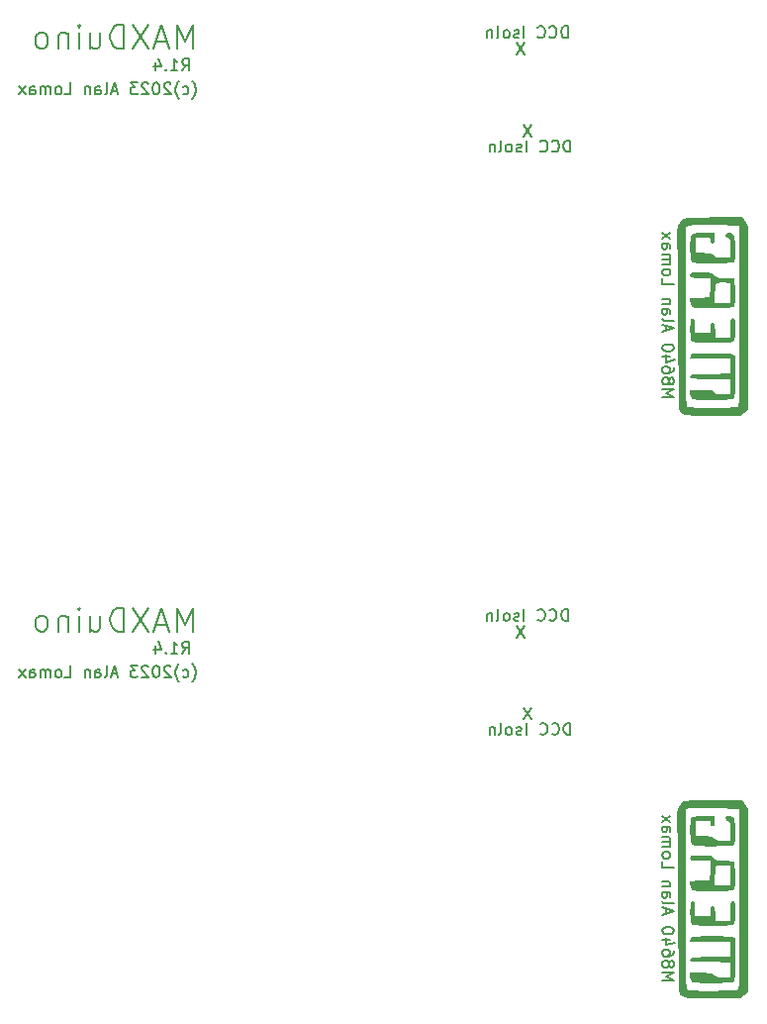
<source format=gbr>
%TF.GenerationSoftware,KiCad,Pcbnew,(6.0.11)*%
%TF.CreationDate,2023-10-15T10:12:36-04:00*%
%TF.ProjectId,MaxDuino_R1.4_Panelized,4d617844-7569-46e6-9f5f-52312e345f50,1.4*%
%TF.SameCoordinates,Original*%
%TF.FileFunction,Legend,Bot*%
%TF.FilePolarity,Positive*%
%FSLAX46Y46*%
G04 Gerber Fmt 4.6, Leading zero omitted, Abs format (unit mm)*
G04 Created by KiCad (PCBNEW (6.0.11)) date 2023-10-15 10:12:36*
%MOMM*%
%LPD*%
G01*
G04 APERTURE LIST*
%ADD10C,0.150000*%
%ADD11C,0.200000*%
G04 APERTURE END LIST*
D10*
X84185180Y-67474180D02*
X84185180Y-66474180D01*
X83947085Y-66474180D01*
X83804228Y-66521800D01*
X83708990Y-66617038D01*
X83661371Y-66712276D01*
X83613752Y-66902752D01*
X83613752Y-67045609D01*
X83661371Y-67236085D01*
X83708990Y-67331323D01*
X83804228Y-67426561D01*
X83947085Y-67474180D01*
X84185180Y-67474180D01*
X82613752Y-67378942D02*
X82661371Y-67426561D01*
X82804228Y-67474180D01*
X82899466Y-67474180D01*
X83042323Y-67426561D01*
X83137561Y-67331323D01*
X83185180Y-67236085D01*
X83232800Y-67045609D01*
X83232800Y-66902752D01*
X83185180Y-66712276D01*
X83137561Y-66617038D01*
X83042323Y-66521800D01*
X82899466Y-66474180D01*
X82804228Y-66474180D01*
X82661371Y-66521800D01*
X82613752Y-66569419D01*
X81613752Y-67378942D02*
X81661371Y-67426561D01*
X81804228Y-67474180D01*
X81899466Y-67474180D01*
X82042323Y-67426561D01*
X82137561Y-67331323D01*
X82185180Y-67236085D01*
X82232800Y-67045609D01*
X82232800Y-66902752D01*
X82185180Y-66712276D01*
X82137561Y-66617038D01*
X82042323Y-66521800D01*
X81899466Y-66474180D01*
X81804228Y-66474180D01*
X81661371Y-66521800D01*
X81613752Y-66569419D01*
X80423276Y-67474180D02*
X80423276Y-66474180D01*
X79994704Y-67426561D02*
X79899466Y-67474180D01*
X79708990Y-67474180D01*
X79613752Y-67426561D01*
X79566133Y-67331323D01*
X79566133Y-67283704D01*
X79613752Y-67188466D01*
X79708990Y-67140847D01*
X79851847Y-67140847D01*
X79947085Y-67093228D01*
X79994704Y-66997990D01*
X79994704Y-66950371D01*
X79947085Y-66855133D01*
X79851847Y-66807514D01*
X79708990Y-66807514D01*
X79613752Y-66855133D01*
X78994704Y-67474180D02*
X79089942Y-67426561D01*
X79137561Y-67378942D01*
X79185180Y-67283704D01*
X79185180Y-66997990D01*
X79137561Y-66902752D01*
X79089942Y-66855133D01*
X78994704Y-66807514D01*
X78851847Y-66807514D01*
X78756609Y-66855133D01*
X78708990Y-66902752D01*
X78661371Y-66997990D01*
X78661371Y-67283704D01*
X78708990Y-67378942D01*
X78756609Y-67426561D01*
X78851847Y-67474180D01*
X78994704Y-67474180D01*
X78089942Y-67474180D02*
X78185180Y-67426561D01*
X78232800Y-67331323D01*
X78232800Y-66474180D01*
X77708990Y-66807514D02*
X77708990Y-67474180D01*
X77708990Y-66902752D02*
X77661371Y-66855133D01*
X77566133Y-66807514D01*
X77423276Y-66807514D01*
X77328038Y-66855133D01*
X77280419Y-66950371D01*
X77280419Y-67474180D01*
X84185180Y-17639380D02*
X84185180Y-16639380D01*
X83947085Y-16639380D01*
X83804228Y-16687000D01*
X83708990Y-16782238D01*
X83661371Y-16877476D01*
X83613752Y-17067952D01*
X83613752Y-17210809D01*
X83661371Y-17401285D01*
X83708990Y-17496523D01*
X83804228Y-17591761D01*
X83947085Y-17639380D01*
X84185180Y-17639380D01*
X82613752Y-17544142D02*
X82661371Y-17591761D01*
X82804228Y-17639380D01*
X82899466Y-17639380D01*
X83042323Y-17591761D01*
X83137561Y-17496523D01*
X83185180Y-17401285D01*
X83232800Y-17210809D01*
X83232800Y-17067952D01*
X83185180Y-16877476D01*
X83137561Y-16782238D01*
X83042323Y-16687000D01*
X82899466Y-16639380D01*
X82804228Y-16639380D01*
X82661371Y-16687000D01*
X82613752Y-16734619D01*
X81613752Y-17544142D02*
X81661371Y-17591761D01*
X81804228Y-17639380D01*
X81899466Y-17639380D01*
X82042323Y-17591761D01*
X82137561Y-17496523D01*
X82185180Y-17401285D01*
X82232800Y-17210809D01*
X82232800Y-17067952D01*
X82185180Y-16877476D01*
X82137561Y-16782238D01*
X82042323Y-16687000D01*
X81899466Y-16639380D01*
X81804228Y-16639380D01*
X81661371Y-16687000D01*
X81613752Y-16734619D01*
X80423276Y-17639380D02*
X80423276Y-16639380D01*
X79994704Y-17591761D02*
X79899466Y-17639380D01*
X79708990Y-17639380D01*
X79613752Y-17591761D01*
X79566133Y-17496523D01*
X79566133Y-17448904D01*
X79613752Y-17353666D01*
X79708990Y-17306047D01*
X79851847Y-17306047D01*
X79947085Y-17258428D01*
X79994704Y-17163190D01*
X79994704Y-17115571D01*
X79947085Y-17020333D01*
X79851847Y-16972714D01*
X79708990Y-16972714D01*
X79613752Y-17020333D01*
X78994704Y-17639380D02*
X79089942Y-17591761D01*
X79137561Y-17544142D01*
X79185180Y-17448904D01*
X79185180Y-17163190D01*
X79137561Y-17067952D01*
X79089942Y-17020333D01*
X78994704Y-16972714D01*
X78851847Y-16972714D01*
X78756609Y-17020333D01*
X78708990Y-17067952D01*
X78661371Y-17163190D01*
X78661371Y-17448904D01*
X78708990Y-17544142D01*
X78756609Y-17591761D01*
X78851847Y-17639380D01*
X78994704Y-17639380D01*
X78089942Y-17639380D02*
X78185180Y-17591761D01*
X78232800Y-17496523D01*
X78232800Y-16639380D01*
X77708990Y-16972714D02*
X77708990Y-17639380D01*
X77708990Y-17067952D02*
X77661371Y-17020333D01*
X77566133Y-16972714D01*
X77423276Y-16972714D01*
X77328038Y-17020333D01*
X77280419Y-17115571D01*
X77280419Y-17639380D01*
X80507333Y-67896580D02*
X79840666Y-68896580D01*
X79840666Y-67896580D02*
X80507333Y-68896580D01*
X80507333Y-18061780D02*
X79840666Y-19061780D01*
X79840666Y-18061780D02*
X80507333Y-19061780D01*
D11*
X51184552Y-70268180D02*
X51517885Y-69791990D01*
X51755980Y-70268180D02*
X51755980Y-69268180D01*
X51375028Y-69268180D01*
X51279790Y-69315800D01*
X51232171Y-69363419D01*
X51184552Y-69458657D01*
X51184552Y-69601514D01*
X51232171Y-69696752D01*
X51279790Y-69744371D01*
X51375028Y-69791990D01*
X51755980Y-69791990D01*
X50232171Y-70268180D02*
X50803600Y-70268180D01*
X50517885Y-70268180D02*
X50517885Y-69268180D01*
X50613123Y-69411038D01*
X50708361Y-69506276D01*
X50803600Y-69553895D01*
X49803599Y-70172942D02*
X49755980Y-70220561D01*
X49803599Y-70268180D01*
X49851219Y-70220561D01*
X49803599Y-70172942D01*
X49803599Y-70268180D01*
X48898838Y-69601514D02*
X48898838Y-70268180D01*
X49136933Y-69220561D02*
X49375028Y-69934847D01*
X48755980Y-69934847D01*
X51184552Y-20433380D02*
X51517885Y-19957190D01*
X51755980Y-20433380D02*
X51755980Y-19433380D01*
X51375028Y-19433380D01*
X51279790Y-19481000D01*
X51232171Y-19528619D01*
X51184552Y-19623857D01*
X51184552Y-19766714D01*
X51232171Y-19861952D01*
X51279790Y-19909571D01*
X51375028Y-19957190D01*
X51755980Y-19957190D01*
X50232171Y-20433380D02*
X50803600Y-20433380D01*
X50517885Y-20433380D02*
X50517885Y-19433380D01*
X50613123Y-19576238D01*
X50708361Y-19671476D01*
X50803600Y-19719095D01*
X49803599Y-20338142D02*
X49755980Y-20385761D01*
X49803599Y-20433380D01*
X49851219Y-20385761D01*
X49803599Y-20338142D01*
X49803599Y-20433380D01*
X48898838Y-19766714D02*
X48898838Y-20433380D01*
X49136933Y-19385761D02*
X49375028Y-20100047D01*
X48755980Y-20100047D01*
X52093466Y-68383761D02*
X52093466Y-66383761D01*
X51426800Y-67812333D01*
X50760133Y-66383761D01*
X50760133Y-68383761D01*
X49902990Y-67812333D02*
X48950609Y-67812333D01*
X50093466Y-68383761D02*
X49426800Y-66383761D01*
X48760133Y-68383761D01*
X48283942Y-66383761D02*
X46950609Y-68383761D01*
X46950609Y-66383761D02*
X48283942Y-68383761D01*
X46188704Y-68383761D02*
X46188704Y-66383761D01*
X45712514Y-66383761D01*
X45426800Y-66479000D01*
X45236323Y-66669476D01*
X45141085Y-66859952D01*
X45045847Y-67240904D01*
X45045847Y-67526619D01*
X45141085Y-67907571D01*
X45236323Y-68098047D01*
X45426800Y-68288523D01*
X45712514Y-68383761D01*
X46188704Y-68383761D01*
X43331561Y-67050428D02*
X43331561Y-68383761D01*
X44188704Y-67050428D02*
X44188704Y-68098047D01*
X44093466Y-68288523D01*
X43902990Y-68383761D01*
X43617276Y-68383761D01*
X43426800Y-68288523D01*
X43331561Y-68193285D01*
X42379180Y-68383761D02*
X42379180Y-67050428D01*
X42379180Y-66383761D02*
X42474419Y-66479000D01*
X42379180Y-66574238D01*
X42283942Y-66479000D01*
X42379180Y-66383761D01*
X42379180Y-66574238D01*
X41426800Y-67050428D02*
X41426800Y-68383761D01*
X41426800Y-67240904D02*
X41331561Y-67145666D01*
X41141085Y-67050428D01*
X40855371Y-67050428D01*
X40664895Y-67145666D01*
X40569657Y-67336142D01*
X40569657Y-68383761D01*
X39331561Y-68383761D02*
X39522038Y-68288523D01*
X39617276Y-68193285D01*
X39712514Y-68002809D01*
X39712514Y-67431380D01*
X39617276Y-67240904D01*
X39522038Y-67145666D01*
X39331561Y-67050428D01*
X39045847Y-67050428D01*
X38855371Y-67145666D01*
X38760133Y-67240904D01*
X38664895Y-67431380D01*
X38664895Y-68002809D01*
X38760133Y-68193285D01*
X38855371Y-68288523D01*
X39045847Y-68383761D01*
X39331561Y-68383761D01*
X52093466Y-18548961D02*
X52093466Y-16548961D01*
X51426800Y-17977533D01*
X50760133Y-16548961D01*
X50760133Y-18548961D01*
X49902990Y-17977533D02*
X48950609Y-17977533D01*
X50093466Y-18548961D02*
X49426800Y-16548961D01*
X48760133Y-18548961D01*
X48283942Y-16548961D02*
X46950609Y-18548961D01*
X46950609Y-16548961D02*
X48283942Y-18548961D01*
X46188704Y-18548961D02*
X46188704Y-16548961D01*
X45712514Y-16548961D01*
X45426800Y-16644200D01*
X45236323Y-16834676D01*
X45141085Y-17025152D01*
X45045847Y-17406104D01*
X45045847Y-17691819D01*
X45141085Y-18072771D01*
X45236323Y-18263247D01*
X45426800Y-18453723D01*
X45712514Y-18548961D01*
X46188704Y-18548961D01*
X43331561Y-17215628D02*
X43331561Y-18548961D01*
X44188704Y-17215628D02*
X44188704Y-18263247D01*
X44093466Y-18453723D01*
X43902990Y-18548961D01*
X43617276Y-18548961D01*
X43426800Y-18453723D01*
X43331561Y-18358485D01*
X42379180Y-18548961D02*
X42379180Y-17215628D01*
X42379180Y-16548961D02*
X42474419Y-16644200D01*
X42379180Y-16739438D01*
X42283942Y-16644200D01*
X42379180Y-16548961D01*
X42379180Y-16739438D01*
X41426800Y-17215628D02*
X41426800Y-18548961D01*
X41426800Y-17406104D02*
X41331561Y-17310866D01*
X41141085Y-17215628D01*
X40855371Y-17215628D01*
X40664895Y-17310866D01*
X40569657Y-17501342D01*
X40569657Y-18548961D01*
X39331561Y-18548961D02*
X39522038Y-18453723D01*
X39617276Y-18358485D01*
X39712514Y-18168009D01*
X39712514Y-17596580D01*
X39617276Y-17406104D01*
X39522038Y-17310866D01*
X39331561Y-17215628D01*
X39045847Y-17215628D01*
X38855371Y-17310866D01*
X38760133Y-17406104D01*
X38664895Y-17596580D01*
X38664895Y-18168009D01*
X38760133Y-18358485D01*
X38855371Y-18453723D01*
X39045847Y-18548961D01*
X39331561Y-18548961D01*
D10*
X52056838Y-72681133D02*
X52104457Y-72633514D01*
X52199695Y-72490657D01*
X52247314Y-72395419D01*
X52294933Y-72252561D01*
X52342552Y-72014466D01*
X52342552Y-71823990D01*
X52294933Y-71585895D01*
X52247314Y-71443038D01*
X52199695Y-71347800D01*
X52104457Y-71204942D01*
X52056838Y-71157323D01*
X51247314Y-72252561D02*
X51342552Y-72300180D01*
X51533028Y-72300180D01*
X51628266Y-72252561D01*
X51675885Y-72204942D01*
X51723504Y-72109704D01*
X51723504Y-71823990D01*
X51675885Y-71728752D01*
X51628266Y-71681133D01*
X51533028Y-71633514D01*
X51342552Y-71633514D01*
X51247314Y-71681133D01*
X50913980Y-72681133D02*
X50866361Y-72633514D01*
X50771123Y-72490657D01*
X50723504Y-72395419D01*
X50675885Y-72252561D01*
X50628266Y-72014466D01*
X50628266Y-71823990D01*
X50675885Y-71585895D01*
X50723504Y-71443038D01*
X50771123Y-71347800D01*
X50866361Y-71204942D01*
X50913980Y-71157323D01*
X50199695Y-71395419D02*
X50152076Y-71347800D01*
X50056838Y-71300180D01*
X49818742Y-71300180D01*
X49723504Y-71347800D01*
X49675885Y-71395419D01*
X49628266Y-71490657D01*
X49628266Y-71585895D01*
X49675885Y-71728752D01*
X50247314Y-72300180D01*
X49628266Y-72300180D01*
X49009219Y-71300180D02*
X48913980Y-71300180D01*
X48818742Y-71347800D01*
X48771123Y-71395419D01*
X48723504Y-71490657D01*
X48675885Y-71681133D01*
X48675885Y-71919228D01*
X48723504Y-72109704D01*
X48771123Y-72204942D01*
X48818742Y-72252561D01*
X48913980Y-72300180D01*
X49009219Y-72300180D01*
X49104457Y-72252561D01*
X49152076Y-72204942D01*
X49199695Y-72109704D01*
X49247314Y-71919228D01*
X49247314Y-71681133D01*
X49199695Y-71490657D01*
X49152076Y-71395419D01*
X49104457Y-71347800D01*
X49009219Y-71300180D01*
X48294933Y-71395419D02*
X48247314Y-71347800D01*
X48152076Y-71300180D01*
X47913980Y-71300180D01*
X47818742Y-71347800D01*
X47771123Y-71395419D01*
X47723504Y-71490657D01*
X47723504Y-71585895D01*
X47771123Y-71728752D01*
X48342552Y-72300180D01*
X47723504Y-72300180D01*
X47390171Y-71300180D02*
X46771123Y-71300180D01*
X47104457Y-71681133D01*
X46961600Y-71681133D01*
X46866361Y-71728752D01*
X46818742Y-71776371D01*
X46771123Y-71871609D01*
X46771123Y-72109704D01*
X46818742Y-72204942D01*
X46866361Y-72252561D01*
X46961600Y-72300180D01*
X47247314Y-72300180D01*
X47342552Y-72252561D01*
X47390171Y-72204942D01*
X45628266Y-72014466D02*
X45152076Y-72014466D01*
X45723504Y-72300180D02*
X45390171Y-71300180D01*
X45056838Y-72300180D01*
X44580647Y-72300180D02*
X44675885Y-72252561D01*
X44723504Y-72157323D01*
X44723504Y-71300180D01*
X43771123Y-72300180D02*
X43771123Y-71776371D01*
X43818742Y-71681133D01*
X43913980Y-71633514D01*
X44104457Y-71633514D01*
X44199695Y-71681133D01*
X43771123Y-72252561D02*
X43866361Y-72300180D01*
X44104457Y-72300180D01*
X44199695Y-72252561D01*
X44247314Y-72157323D01*
X44247314Y-72062085D01*
X44199695Y-71966847D01*
X44104457Y-71919228D01*
X43866361Y-71919228D01*
X43771123Y-71871609D01*
X43294933Y-71633514D02*
X43294933Y-72300180D01*
X43294933Y-71728752D02*
X43247314Y-71681133D01*
X43152076Y-71633514D01*
X43009219Y-71633514D01*
X42913980Y-71681133D01*
X42866361Y-71776371D01*
X42866361Y-72300180D01*
X41152076Y-72300180D02*
X41628266Y-72300180D01*
X41628266Y-71300180D01*
X40675885Y-72300180D02*
X40771123Y-72252561D01*
X40818742Y-72204942D01*
X40866361Y-72109704D01*
X40866361Y-71823990D01*
X40818742Y-71728752D01*
X40771123Y-71681133D01*
X40675885Y-71633514D01*
X40533028Y-71633514D01*
X40437790Y-71681133D01*
X40390171Y-71728752D01*
X40342552Y-71823990D01*
X40342552Y-72109704D01*
X40390171Y-72204942D01*
X40437790Y-72252561D01*
X40533028Y-72300180D01*
X40675885Y-72300180D01*
X39913980Y-72300180D02*
X39913980Y-71633514D01*
X39913980Y-71728752D02*
X39866361Y-71681133D01*
X39771123Y-71633514D01*
X39628266Y-71633514D01*
X39533028Y-71681133D01*
X39485409Y-71776371D01*
X39485409Y-72300180D01*
X39485409Y-71776371D02*
X39437790Y-71681133D01*
X39342552Y-71633514D01*
X39199695Y-71633514D01*
X39104457Y-71681133D01*
X39056838Y-71776371D01*
X39056838Y-72300180D01*
X38152076Y-72300180D02*
X38152076Y-71776371D01*
X38199695Y-71681133D01*
X38294933Y-71633514D01*
X38485409Y-71633514D01*
X38580647Y-71681133D01*
X38152076Y-72252561D02*
X38247314Y-72300180D01*
X38485409Y-72300180D01*
X38580647Y-72252561D01*
X38628266Y-72157323D01*
X38628266Y-72062085D01*
X38580647Y-71966847D01*
X38485409Y-71919228D01*
X38247314Y-71919228D01*
X38152076Y-71871609D01*
X37771123Y-72300180D02*
X37247314Y-71633514D01*
X37771123Y-71633514D02*
X37247314Y-72300180D01*
X52056838Y-22846333D02*
X52104457Y-22798714D01*
X52199695Y-22655857D01*
X52247314Y-22560619D01*
X52294933Y-22417761D01*
X52342552Y-22179666D01*
X52342552Y-21989190D01*
X52294933Y-21751095D01*
X52247314Y-21608238D01*
X52199695Y-21513000D01*
X52104457Y-21370142D01*
X52056838Y-21322523D01*
X51247314Y-22417761D02*
X51342552Y-22465380D01*
X51533028Y-22465380D01*
X51628266Y-22417761D01*
X51675885Y-22370142D01*
X51723504Y-22274904D01*
X51723504Y-21989190D01*
X51675885Y-21893952D01*
X51628266Y-21846333D01*
X51533028Y-21798714D01*
X51342552Y-21798714D01*
X51247314Y-21846333D01*
X50913980Y-22846333D02*
X50866361Y-22798714D01*
X50771123Y-22655857D01*
X50723504Y-22560619D01*
X50675885Y-22417761D01*
X50628266Y-22179666D01*
X50628266Y-21989190D01*
X50675885Y-21751095D01*
X50723504Y-21608238D01*
X50771123Y-21513000D01*
X50866361Y-21370142D01*
X50913980Y-21322523D01*
X50199695Y-21560619D02*
X50152076Y-21513000D01*
X50056838Y-21465380D01*
X49818742Y-21465380D01*
X49723504Y-21513000D01*
X49675885Y-21560619D01*
X49628266Y-21655857D01*
X49628266Y-21751095D01*
X49675885Y-21893952D01*
X50247314Y-22465380D01*
X49628266Y-22465380D01*
X49009219Y-21465380D02*
X48913980Y-21465380D01*
X48818742Y-21513000D01*
X48771123Y-21560619D01*
X48723504Y-21655857D01*
X48675885Y-21846333D01*
X48675885Y-22084428D01*
X48723504Y-22274904D01*
X48771123Y-22370142D01*
X48818742Y-22417761D01*
X48913980Y-22465380D01*
X49009219Y-22465380D01*
X49104457Y-22417761D01*
X49152076Y-22370142D01*
X49199695Y-22274904D01*
X49247314Y-22084428D01*
X49247314Y-21846333D01*
X49199695Y-21655857D01*
X49152076Y-21560619D01*
X49104457Y-21513000D01*
X49009219Y-21465380D01*
X48294933Y-21560619D02*
X48247314Y-21513000D01*
X48152076Y-21465380D01*
X47913980Y-21465380D01*
X47818742Y-21513000D01*
X47771123Y-21560619D01*
X47723504Y-21655857D01*
X47723504Y-21751095D01*
X47771123Y-21893952D01*
X48342552Y-22465380D01*
X47723504Y-22465380D01*
X47390171Y-21465380D02*
X46771123Y-21465380D01*
X47104457Y-21846333D01*
X46961600Y-21846333D01*
X46866361Y-21893952D01*
X46818742Y-21941571D01*
X46771123Y-22036809D01*
X46771123Y-22274904D01*
X46818742Y-22370142D01*
X46866361Y-22417761D01*
X46961600Y-22465380D01*
X47247314Y-22465380D01*
X47342552Y-22417761D01*
X47390171Y-22370142D01*
X45628266Y-22179666D02*
X45152076Y-22179666D01*
X45723504Y-22465380D02*
X45390171Y-21465380D01*
X45056838Y-22465380D01*
X44580647Y-22465380D02*
X44675885Y-22417761D01*
X44723504Y-22322523D01*
X44723504Y-21465380D01*
X43771123Y-22465380D02*
X43771123Y-21941571D01*
X43818742Y-21846333D01*
X43913980Y-21798714D01*
X44104457Y-21798714D01*
X44199695Y-21846333D01*
X43771123Y-22417761D02*
X43866361Y-22465380D01*
X44104457Y-22465380D01*
X44199695Y-22417761D01*
X44247314Y-22322523D01*
X44247314Y-22227285D01*
X44199695Y-22132047D01*
X44104457Y-22084428D01*
X43866361Y-22084428D01*
X43771123Y-22036809D01*
X43294933Y-21798714D02*
X43294933Y-22465380D01*
X43294933Y-21893952D02*
X43247314Y-21846333D01*
X43152076Y-21798714D01*
X43009219Y-21798714D01*
X42913980Y-21846333D01*
X42866361Y-21941571D01*
X42866361Y-22465380D01*
X41152076Y-22465380D02*
X41628266Y-22465380D01*
X41628266Y-21465380D01*
X40675885Y-22465380D02*
X40771123Y-22417761D01*
X40818742Y-22370142D01*
X40866361Y-22274904D01*
X40866361Y-21989190D01*
X40818742Y-21893952D01*
X40771123Y-21846333D01*
X40675885Y-21798714D01*
X40533028Y-21798714D01*
X40437790Y-21846333D01*
X40390171Y-21893952D01*
X40342552Y-21989190D01*
X40342552Y-22274904D01*
X40390171Y-22370142D01*
X40437790Y-22417761D01*
X40533028Y-22465380D01*
X40675885Y-22465380D01*
X39913980Y-22465380D02*
X39913980Y-21798714D01*
X39913980Y-21893952D02*
X39866361Y-21846333D01*
X39771123Y-21798714D01*
X39628266Y-21798714D01*
X39533028Y-21846333D01*
X39485409Y-21941571D01*
X39485409Y-22465380D01*
X39485409Y-21941571D02*
X39437790Y-21846333D01*
X39342552Y-21798714D01*
X39199695Y-21798714D01*
X39104457Y-21846333D01*
X39056838Y-21941571D01*
X39056838Y-22465380D01*
X38152076Y-22465380D02*
X38152076Y-21941571D01*
X38199695Y-21846333D01*
X38294933Y-21798714D01*
X38485409Y-21798714D01*
X38580647Y-21846333D01*
X38152076Y-22417761D02*
X38247314Y-22465380D01*
X38485409Y-22465380D01*
X38580647Y-22417761D01*
X38628266Y-22322523D01*
X38628266Y-22227285D01*
X38580647Y-22132047D01*
X38485409Y-22084428D01*
X38247314Y-22084428D01*
X38152076Y-22036809D01*
X37771123Y-22465380D02*
X37247314Y-21798714D01*
X37771123Y-21798714D02*
X37247314Y-22465380D01*
X81066133Y-74906980D02*
X80399466Y-75906980D01*
X80399466Y-74906980D02*
X81066133Y-75906980D01*
X81066133Y-25072180D02*
X80399466Y-26072180D01*
X80399466Y-25072180D02*
X81066133Y-26072180D01*
X84388380Y-77227780D02*
X84388380Y-76227780D01*
X84150285Y-76227780D01*
X84007428Y-76275400D01*
X83912190Y-76370638D01*
X83864571Y-76465876D01*
X83816952Y-76656352D01*
X83816952Y-76799209D01*
X83864571Y-76989685D01*
X83912190Y-77084923D01*
X84007428Y-77180161D01*
X84150285Y-77227780D01*
X84388380Y-77227780D01*
X82816952Y-77132542D02*
X82864571Y-77180161D01*
X83007428Y-77227780D01*
X83102666Y-77227780D01*
X83245523Y-77180161D01*
X83340761Y-77084923D01*
X83388380Y-76989685D01*
X83436000Y-76799209D01*
X83436000Y-76656352D01*
X83388380Y-76465876D01*
X83340761Y-76370638D01*
X83245523Y-76275400D01*
X83102666Y-76227780D01*
X83007428Y-76227780D01*
X82864571Y-76275400D01*
X82816952Y-76323019D01*
X81816952Y-77132542D02*
X81864571Y-77180161D01*
X82007428Y-77227780D01*
X82102666Y-77227780D01*
X82245523Y-77180161D01*
X82340761Y-77084923D01*
X82388380Y-76989685D01*
X82436000Y-76799209D01*
X82436000Y-76656352D01*
X82388380Y-76465876D01*
X82340761Y-76370638D01*
X82245523Y-76275400D01*
X82102666Y-76227780D01*
X82007428Y-76227780D01*
X81864571Y-76275400D01*
X81816952Y-76323019D01*
X80626476Y-77227780D02*
X80626476Y-76227780D01*
X80197904Y-77180161D02*
X80102666Y-77227780D01*
X79912190Y-77227780D01*
X79816952Y-77180161D01*
X79769333Y-77084923D01*
X79769333Y-77037304D01*
X79816952Y-76942066D01*
X79912190Y-76894447D01*
X80055047Y-76894447D01*
X80150285Y-76846828D01*
X80197904Y-76751590D01*
X80197904Y-76703971D01*
X80150285Y-76608733D01*
X80055047Y-76561114D01*
X79912190Y-76561114D01*
X79816952Y-76608733D01*
X79197904Y-77227780D02*
X79293142Y-77180161D01*
X79340761Y-77132542D01*
X79388380Y-77037304D01*
X79388380Y-76751590D01*
X79340761Y-76656352D01*
X79293142Y-76608733D01*
X79197904Y-76561114D01*
X79055047Y-76561114D01*
X78959809Y-76608733D01*
X78912190Y-76656352D01*
X78864571Y-76751590D01*
X78864571Y-77037304D01*
X78912190Y-77132542D01*
X78959809Y-77180161D01*
X79055047Y-77227780D01*
X79197904Y-77227780D01*
X78293142Y-77227780D02*
X78388380Y-77180161D01*
X78436000Y-77084923D01*
X78436000Y-76227780D01*
X77912190Y-76561114D02*
X77912190Y-77227780D01*
X77912190Y-76656352D02*
X77864571Y-76608733D01*
X77769333Y-76561114D01*
X77626476Y-76561114D01*
X77531238Y-76608733D01*
X77483619Y-76703971D01*
X77483619Y-77227780D01*
X84388380Y-27392980D02*
X84388380Y-26392980D01*
X84150285Y-26392980D01*
X84007428Y-26440600D01*
X83912190Y-26535838D01*
X83864571Y-26631076D01*
X83816952Y-26821552D01*
X83816952Y-26964409D01*
X83864571Y-27154885D01*
X83912190Y-27250123D01*
X84007428Y-27345361D01*
X84150285Y-27392980D01*
X84388380Y-27392980D01*
X82816952Y-27297742D02*
X82864571Y-27345361D01*
X83007428Y-27392980D01*
X83102666Y-27392980D01*
X83245523Y-27345361D01*
X83340761Y-27250123D01*
X83388380Y-27154885D01*
X83436000Y-26964409D01*
X83436000Y-26821552D01*
X83388380Y-26631076D01*
X83340761Y-26535838D01*
X83245523Y-26440600D01*
X83102666Y-26392980D01*
X83007428Y-26392980D01*
X82864571Y-26440600D01*
X82816952Y-26488219D01*
X81816952Y-27297742D02*
X81864571Y-27345361D01*
X82007428Y-27392980D01*
X82102666Y-27392980D01*
X82245523Y-27345361D01*
X82340761Y-27250123D01*
X82388380Y-27154885D01*
X82436000Y-26964409D01*
X82436000Y-26821552D01*
X82388380Y-26631076D01*
X82340761Y-26535838D01*
X82245523Y-26440600D01*
X82102666Y-26392980D01*
X82007428Y-26392980D01*
X81864571Y-26440600D01*
X81816952Y-26488219D01*
X80626476Y-27392980D02*
X80626476Y-26392980D01*
X80197904Y-27345361D02*
X80102666Y-27392980D01*
X79912190Y-27392980D01*
X79816952Y-27345361D01*
X79769333Y-27250123D01*
X79769333Y-27202504D01*
X79816952Y-27107266D01*
X79912190Y-27059647D01*
X80055047Y-27059647D01*
X80150285Y-27012028D01*
X80197904Y-26916790D01*
X80197904Y-26869171D01*
X80150285Y-26773933D01*
X80055047Y-26726314D01*
X79912190Y-26726314D01*
X79816952Y-26773933D01*
X79197904Y-27392980D02*
X79293142Y-27345361D01*
X79340761Y-27297742D01*
X79388380Y-27202504D01*
X79388380Y-26916790D01*
X79340761Y-26821552D01*
X79293142Y-26773933D01*
X79197904Y-26726314D01*
X79055047Y-26726314D01*
X78959809Y-26773933D01*
X78912190Y-26821552D01*
X78864571Y-26916790D01*
X78864571Y-27202504D01*
X78912190Y-27297742D01*
X78959809Y-27345361D01*
X79055047Y-27392980D01*
X79197904Y-27392980D01*
X78293142Y-27392980D02*
X78388380Y-27345361D01*
X78436000Y-27250123D01*
X78436000Y-26392980D01*
X77912190Y-26726314D02*
X77912190Y-27392980D01*
X77912190Y-26821552D02*
X77864571Y-26773933D01*
X77769333Y-26726314D01*
X77626476Y-26726314D01*
X77531238Y-26773933D01*
X77483619Y-26869171D01*
X77483619Y-27392980D01*
X92269219Y-98204142D02*
X93269219Y-98204142D01*
X92554933Y-97870809D01*
X93269219Y-97537476D01*
X92269219Y-97537476D01*
X92840647Y-96918428D02*
X92888266Y-97013666D01*
X92935885Y-97061285D01*
X93031123Y-97108904D01*
X93078742Y-97108904D01*
X93173980Y-97061285D01*
X93221600Y-97013666D01*
X93269219Y-96918428D01*
X93269219Y-96727952D01*
X93221600Y-96632714D01*
X93173980Y-96585095D01*
X93078742Y-96537476D01*
X93031123Y-96537476D01*
X92935885Y-96585095D01*
X92888266Y-96632714D01*
X92840647Y-96727952D01*
X92840647Y-96918428D01*
X92793028Y-97013666D01*
X92745409Y-97061285D01*
X92650171Y-97108904D01*
X92459695Y-97108904D01*
X92364457Y-97061285D01*
X92316838Y-97013666D01*
X92269219Y-96918428D01*
X92269219Y-96727952D01*
X92316838Y-96632714D01*
X92364457Y-96585095D01*
X92459695Y-96537476D01*
X92650171Y-96537476D01*
X92745409Y-96585095D01*
X92793028Y-96632714D01*
X92840647Y-96727952D01*
X93269219Y-95680333D02*
X93269219Y-95870809D01*
X93221600Y-95966047D01*
X93173980Y-96013666D01*
X93031123Y-96108904D01*
X92840647Y-96156523D01*
X92459695Y-96156523D01*
X92364457Y-96108904D01*
X92316838Y-96061285D01*
X92269219Y-95966047D01*
X92269219Y-95775571D01*
X92316838Y-95680333D01*
X92364457Y-95632714D01*
X92459695Y-95585095D01*
X92697790Y-95585095D01*
X92793028Y-95632714D01*
X92840647Y-95680333D01*
X92888266Y-95775571D01*
X92888266Y-95966047D01*
X92840647Y-96061285D01*
X92793028Y-96108904D01*
X92697790Y-96156523D01*
X92935885Y-94727952D02*
X92269219Y-94727952D01*
X93316838Y-94966047D02*
X92602552Y-95204142D01*
X92602552Y-94585095D01*
X93269219Y-94013666D02*
X93269219Y-93918428D01*
X93221600Y-93823190D01*
X93173980Y-93775571D01*
X93078742Y-93727952D01*
X92888266Y-93680333D01*
X92650171Y-93680333D01*
X92459695Y-93727952D01*
X92364457Y-93775571D01*
X92316838Y-93823190D01*
X92269219Y-93918428D01*
X92269219Y-94013666D01*
X92316838Y-94108904D01*
X92364457Y-94156523D01*
X92459695Y-94204142D01*
X92650171Y-94251761D01*
X92888266Y-94251761D01*
X93078742Y-94204142D01*
X93173980Y-94156523D01*
X93221600Y-94108904D01*
X93269219Y-94013666D01*
X92554933Y-92537476D02*
X92554933Y-92061285D01*
X92269219Y-92632714D02*
X93269219Y-92299380D01*
X92269219Y-91966047D01*
X92269219Y-91489857D02*
X92316838Y-91585095D01*
X92412076Y-91632714D01*
X93269219Y-91632714D01*
X92269219Y-90680333D02*
X92793028Y-90680333D01*
X92888266Y-90727952D01*
X92935885Y-90823190D01*
X92935885Y-91013666D01*
X92888266Y-91108904D01*
X92316838Y-90680333D02*
X92269219Y-90775571D01*
X92269219Y-91013666D01*
X92316838Y-91108904D01*
X92412076Y-91156523D01*
X92507314Y-91156523D01*
X92602552Y-91108904D01*
X92650171Y-91013666D01*
X92650171Y-90775571D01*
X92697790Y-90680333D01*
X92935885Y-90204142D02*
X92269219Y-90204142D01*
X92840647Y-90204142D02*
X92888266Y-90156523D01*
X92935885Y-90061285D01*
X92935885Y-89918428D01*
X92888266Y-89823190D01*
X92793028Y-89775571D01*
X92269219Y-89775571D01*
X92269219Y-88061285D02*
X92269219Y-88537476D01*
X93269219Y-88537476D01*
X92269219Y-87585095D02*
X92316838Y-87680333D01*
X92364457Y-87727952D01*
X92459695Y-87775571D01*
X92745409Y-87775571D01*
X92840647Y-87727952D01*
X92888266Y-87680333D01*
X92935885Y-87585095D01*
X92935885Y-87442238D01*
X92888266Y-87347000D01*
X92840647Y-87299380D01*
X92745409Y-87251761D01*
X92459695Y-87251761D01*
X92364457Y-87299380D01*
X92316838Y-87347000D01*
X92269219Y-87442238D01*
X92269219Y-87585095D01*
X92269219Y-86823190D02*
X92935885Y-86823190D01*
X92840647Y-86823190D02*
X92888266Y-86775571D01*
X92935885Y-86680333D01*
X92935885Y-86537476D01*
X92888266Y-86442238D01*
X92793028Y-86394619D01*
X92269219Y-86394619D01*
X92793028Y-86394619D02*
X92888266Y-86347000D01*
X92935885Y-86251761D01*
X92935885Y-86108904D01*
X92888266Y-86013666D01*
X92793028Y-85966047D01*
X92269219Y-85966047D01*
X92269219Y-85061285D02*
X92793028Y-85061285D01*
X92888266Y-85108904D01*
X92935885Y-85204142D01*
X92935885Y-85394619D01*
X92888266Y-85489857D01*
X92316838Y-85061285D02*
X92269219Y-85156523D01*
X92269219Y-85394619D01*
X92316838Y-85489857D01*
X92412076Y-85537476D01*
X92507314Y-85537476D01*
X92602552Y-85489857D01*
X92650171Y-85394619D01*
X92650171Y-85156523D01*
X92697790Y-85061285D01*
X92269219Y-84680333D02*
X92935885Y-84156523D01*
X92935885Y-84680333D02*
X92269219Y-84156523D01*
X92269219Y-48369342D02*
X93269219Y-48369342D01*
X92554933Y-48036009D01*
X93269219Y-47702676D01*
X92269219Y-47702676D01*
X92840647Y-47083628D02*
X92888266Y-47178866D01*
X92935885Y-47226485D01*
X93031123Y-47274104D01*
X93078742Y-47274104D01*
X93173980Y-47226485D01*
X93221600Y-47178866D01*
X93269219Y-47083628D01*
X93269219Y-46893152D01*
X93221600Y-46797914D01*
X93173980Y-46750295D01*
X93078742Y-46702676D01*
X93031123Y-46702676D01*
X92935885Y-46750295D01*
X92888266Y-46797914D01*
X92840647Y-46893152D01*
X92840647Y-47083628D01*
X92793028Y-47178866D01*
X92745409Y-47226485D01*
X92650171Y-47274104D01*
X92459695Y-47274104D01*
X92364457Y-47226485D01*
X92316838Y-47178866D01*
X92269219Y-47083628D01*
X92269219Y-46893152D01*
X92316838Y-46797914D01*
X92364457Y-46750295D01*
X92459695Y-46702676D01*
X92650171Y-46702676D01*
X92745409Y-46750295D01*
X92793028Y-46797914D01*
X92840647Y-46893152D01*
X93269219Y-45845533D02*
X93269219Y-46036009D01*
X93221600Y-46131247D01*
X93173980Y-46178866D01*
X93031123Y-46274104D01*
X92840647Y-46321723D01*
X92459695Y-46321723D01*
X92364457Y-46274104D01*
X92316838Y-46226485D01*
X92269219Y-46131247D01*
X92269219Y-45940771D01*
X92316838Y-45845533D01*
X92364457Y-45797914D01*
X92459695Y-45750295D01*
X92697790Y-45750295D01*
X92793028Y-45797914D01*
X92840647Y-45845533D01*
X92888266Y-45940771D01*
X92888266Y-46131247D01*
X92840647Y-46226485D01*
X92793028Y-46274104D01*
X92697790Y-46321723D01*
X92935885Y-44893152D02*
X92269219Y-44893152D01*
X93316838Y-45131247D02*
X92602552Y-45369342D01*
X92602552Y-44750295D01*
X93269219Y-44178866D02*
X93269219Y-44083628D01*
X93221600Y-43988390D01*
X93173980Y-43940771D01*
X93078742Y-43893152D01*
X92888266Y-43845533D01*
X92650171Y-43845533D01*
X92459695Y-43893152D01*
X92364457Y-43940771D01*
X92316838Y-43988390D01*
X92269219Y-44083628D01*
X92269219Y-44178866D01*
X92316838Y-44274104D01*
X92364457Y-44321723D01*
X92459695Y-44369342D01*
X92650171Y-44416961D01*
X92888266Y-44416961D01*
X93078742Y-44369342D01*
X93173980Y-44321723D01*
X93221600Y-44274104D01*
X93269219Y-44178866D01*
X92554933Y-42702676D02*
X92554933Y-42226485D01*
X92269219Y-42797914D02*
X93269219Y-42464580D01*
X92269219Y-42131247D01*
X92269219Y-41655057D02*
X92316838Y-41750295D01*
X92412076Y-41797914D01*
X93269219Y-41797914D01*
X92269219Y-40845533D02*
X92793028Y-40845533D01*
X92888266Y-40893152D01*
X92935885Y-40988390D01*
X92935885Y-41178866D01*
X92888266Y-41274104D01*
X92316838Y-40845533D02*
X92269219Y-40940771D01*
X92269219Y-41178866D01*
X92316838Y-41274104D01*
X92412076Y-41321723D01*
X92507314Y-41321723D01*
X92602552Y-41274104D01*
X92650171Y-41178866D01*
X92650171Y-40940771D01*
X92697790Y-40845533D01*
X92935885Y-40369342D02*
X92269219Y-40369342D01*
X92840647Y-40369342D02*
X92888266Y-40321723D01*
X92935885Y-40226485D01*
X92935885Y-40083628D01*
X92888266Y-39988390D01*
X92793028Y-39940771D01*
X92269219Y-39940771D01*
X92269219Y-38226485D02*
X92269219Y-38702676D01*
X93269219Y-38702676D01*
X92269219Y-37750295D02*
X92316838Y-37845533D01*
X92364457Y-37893152D01*
X92459695Y-37940771D01*
X92745409Y-37940771D01*
X92840647Y-37893152D01*
X92888266Y-37845533D01*
X92935885Y-37750295D01*
X92935885Y-37607438D01*
X92888266Y-37512200D01*
X92840647Y-37464580D01*
X92745409Y-37416961D01*
X92459695Y-37416961D01*
X92364457Y-37464580D01*
X92316838Y-37512200D01*
X92269219Y-37607438D01*
X92269219Y-37750295D01*
X92269219Y-36988390D02*
X92935885Y-36988390D01*
X92840647Y-36988390D02*
X92888266Y-36940771D01*
X92935885Y-36845533D01*
X92935885Y-36702676D01*
X92888266Y-36607438D01*
X92793028Y-36559819D01*
X92269219Y-36559819D01*
X92793028Y-36559819D02*
X92888266Y-36512200D01*
X92935885Y-36416961D01*
X92935885Y-36274104D01*
X92888266Y-36178866D01*
X92793028Y-36131247D01*
X92269219Y-36131247D01*
X92269219Y-35226485D02*
X92793028Y-35226485D01*
X92888266Y-35274104D01*
X92935885Y-35369342D01*
X92935885Y-35559819D01*
X92888266Y-35655057D01*
X92316838Y-35226485D02*
X92269219Y-35321723D01*
X92269219Y-35559819D01*
X92316838Y-35655057D01*
X92412076Y-35702676D01*
X92507314Y-35702676D01*
X92602552Y-35655057D01*
X92650171Y-35559819D01*
X92650171Y-35321723D01*
X92697790Y-35226485D01*
X92269219Y-34845533D02*
X92935885Y-34321723D01*
X92935885Y-34845533D02*
X92269219Y-34321723D01*
%TO.C,G\u002A\u002A\u002A*%
G36*
X96770335Y-34759967D02*
G01*
X96770262Y-34790952D01*
X96755082Y-35045882D01*
X96698433Y-35163066D01*
X96578637Y-35191287D01*
X96430163Y-35137376D01*
X96386939Y-34947286D01*
X96386082Y-34883753D01*
X96362979Y-34781782D01*
X96275926Y-34731882D01*
X96082420Y-34719885D01*
X95739958Y-34731625D01*
X95092977Y-34759967D01*
X95092977Y-36006004D01*
X95824415Y-36033793D01*
X96060443Y-36045500D01*
X96385166Y-36081702D01*
X96591138Y-36145897D01*
X96725874Y-36249454D01*
X96751737Y-36276316D01*
X96904631Y-36374534D01*
X97138402Y-36423820D01*
X97507790Y-36437325D01*
X98119686Y-36437325D01*
X98091992Y-35598646D01*
X98079118Y-35265464D01*
X98057083Y-34986431D01*
X98018538Y-34829832D01*
X97952662Y-34757018D01*
X97848637Y-34729338D01*
X97713793Y-34679848D01*
X97632977Y-34513678D01*
X97639346Y-34448599D01*
X97725018Y-34353889D01*
X97949279Y-34328646D01*
X98134189Y-34338148D01*
X98297035Y-34391731D01*
X98402327Y-34519122D01*
X98462338Y-34749748D01*
X98489344Y-35113034D01*
X98495618Y-35638406D01*
X98495563Y-35723731D01*
X98491317Y-36171431D01*
X98476290Y-36468842D01*
X98444852Y-36651765D01*
X98391372Y-36756000D01*
X98310222Y-36817349D01*
X98251275Y-36835783D01*
X98006151Y-36868388D01*
X97618198Y-36893939D01*
X97119930Y-36910608D01*
X96543860Y-36916571D01*
X96141588Y-36915499D01*
X95640927Y-36908301D01*
X95285902Y-36892203D01*
X95048276Y-36864749D01*
X94899813Y-36823484D01*
X94812276Y-36765951D01*
X94779338Y-36712649D01*
X94719432Y-36480487D01*
X94678065Y-36132686D01*
X94656019Y-35720235D01*
X94654076Y-35294119D01*
X94673016Y-34905328D01*
X94713622Y-34604847D01*
X94776675Y-34443665D01*
X94784167Y-34437086D01*
X94965329Y-34378005D01*
X95319610Y-34341277D01*
X95831015Y-34328646D01*
X96770335Y-34328646D01*
X96770335Y-34759967D01*
G37*
G36*
X98394074Y-41627460D02*
G01*
X98448993Y-41693576D01*
X98479560Y-41846480D01*
X98492770Y-42121133D01*
X98495618Y-42552495D01*
X98495507Y-42606332D01*
X98480558Y-43103778D01*
X98441674Y-43442610D01*
X98380600Y-43606835D01*
X98266394Y-43646449D01*
X97990734Y-43681780D01*
X97596685Y-43707177D01*
X97122977Y-43722642D01*
X96608338Y-43728173D01*
X96091496Y-43723772D01*
X95611180Y-43709437D01*
X95206119Y-43685169D01*
X94915041Y-43650969D01*
X94776675Y-43606835D01*
X94770096Y-43599343D01*
X94711015Y-43418180D01*
X94674287Y-43063899D01*
X94661656Y-42552495D01*
X94661659Y-42531720D01*
X94664663Y-42107617D01*
X94678185Y-41838746D01*
X94709375Y-41690072D01*
X94765381Y-41626560D01*
X94853354Y-41613174D01*
X94952180Y-41629897D01*
X95012465Y-41711046D01*
X95039078Y-41899025D01*
X95045052Y-42236193D01*
X95045052Y-42859212D01*
X96386939Y-42859212D01*
X96386939Y-42427891D01*
X96386968Y-42408435D01*
X96401500Y-42147427D01*
X96456939Y-42026236D01*
X96574258Y-41996571D01*
X96668732Y-42014710D01*
X96732473Y-42101132D01*
X96768302Y-42297044D01*
X96789918Y-42643552D01*
X96818260Y-43290533D01*
X98064298Y-43290533D01*
X98091992Y-42451854D01*
X98102157Y-42182387D01*
X98123228Y-41878287D01*
X98158207Y-41706527D01*
X98216535Y-41630394D01*
X98307652Y-41613174D01*
X98307806Y-41613174D01*
X98394074Y-41627460D01*
G37*
G36*
X98090843Y-40697568D02*
G01*
X97747689Y-40727721D01*
X97245129Y-40745012D01*
X96567164Y-40750533D01*
X96130957Y-40749294D01*
X95634271Y-40741868D01*
X95282083Y-40725623D01*
X95046369Y-40698151D01*
X94899107Y-40657050D01*
X94812276Y-40599913D01*
X94712208Y-40429443D01*
X94681113Y-40271287D01*
X96770335Y-40271287D01*
X98119686Y-40271287D01*
X98064298Y-38593929D01*
X97498094Y-38564734D01*
X97302901Y-38558818D01*
X96995978Y-38583024D01*
X96852581Y-38660583D01*
X96845481Y-38674736D01*
X96808594Y-38853577D01*
X96782267Y-39157152D01*
X96771803Y-39528457D01*
X96770335Y-40271287D01*
X94681113Y-40271287D01*
X94661656Y-40172324D01*
X94661656Y-39895355D01*
X95500335Y-39867661D01*
X96339015Y-39839967D01*
X96366709Y-39001287D01*
X96394403Y-38162608D01*
X95528029Y-38162608D01*
X95445757Y-38162594D01*
X95065321Y-38159627D01*
X94833503Y-38144364D01*
X94713493Y-38106623D01*
X94668480Y-38036224D01*
X94661656Y-37922986D01*
X94661799Y-37888894D01*
X94674593Y-37788995D01*
X94734120Y-37728208D01*
X94876622Y-37696817D01*
X95138340Y-37685107D01*
X95555514Y-37683363D01*
X95915750Y-37685797D01*
X96219860Y-37700791D01*
X96416293Y-37738191D01*
X96551279Y-37807776D01*
X96671046Y-37919324D01*
X96697358Y-37946672D01*
X96833951Y-38057454D01*
X97007167Y-38124664D01*
X97268690Y-38161937D01*
X97670207Y-38182909D01*
X98447694Y-38210533D01*
X98474896Y-39359638D01*
X98476208Y-39416152D01*
X98483489Y-39896157D01*
X98476959Y-40222805D01*
X98452845Y-40430800D01*
X98407372Y-40554844D01*
X98336765Y-40629638D01*
X98290585Y-40653458D01*
X98119686Y-40691198D01*
X98090843Y-40697568D01*
G37*
G36*
X97259445Y-44606223D02*
G01*
X97721212Y-44620437D01*
X98060972Y-44644042D01*
X98243939Y-44675760D01*
X98495618Y-44771448D01*
X98495618Y-46608938D01*
X98494385Y-47239971D01*
X98489039Y-47706682D01*
X98476995Y-48035800D01*
X98455674Y-48254055D01*
X98422492Y-48388176D01*
X98374869Y-48464892D01*
X98310222Y-48510934D01*
X98251275Y-48529368D01*
X98006151Y-48561973D01*
X97618198Y-48587523D01*
X97119930Y-48604193D01*
X96543860Y-48610155D01*
X96141588Y-48609084D01*
X95640927Y-48601886D01*
X95285902Y-48585788D01*
X95048276Y-48558334D01*
X94899813Y-48517069D01*
X94812276Y-48459535D01*
X94711519Y-48286275D01*
X94661656Y-48028215D01*
X94661656Y-47747514D01*
X95605291Y-47747514D01*
X95896605Y-47749073D01*
X96247116Y-47761534D01*
X96473582Y-47792572D01*
X96618011Y-47849395D01*
X96722411Y-47939212D01*
X96754530Y-47972254D01*
X96908117Y-48069445D01*
X97140869Y-48117806D01*
X97508438Y-48130910D01*
X98120981Y-48130910D01*
X98092639Y-47483929D01*
X98064298Y-46836948D01*
X96362977Y-46810774D01*
X95797556Y-46801203D01*
X95341528Y-46789488D01*
X95027048Y-46773241D01*
X94827968Y-46749182D01*
X94718141Y-46714030D01*
X94671419Y-46664504D01*
X94661656Y-46597325D01*
X94669576Y-46534964D01*
X94712269Y-46484109D01*
X94815914Y-46447898D01*
X95006660Y-46423050D01*
X95310655Y-46406284D01*
X95754044Y-46394319D01*
X96362977Y-46383877D01*
X98064298Y-46357703D01*
X98092639Y-45710721D01*
X98120981Y-45063740D01*
X94648323Y-45063740D01*
X94678952Y-44848080D01*
X94679895Y-44841499D01*
X94697743Y-44764833D01*
X94743808Y-44709088D01*
X94845334Y-44670322D01*
X95029565Y-44644596D01*
X95323744Y-44627968D01*
X95755114Y-44616498D01*
X96350920Y-44606246D01*
X96710454Y-44602677D01*
X97259445Y-44606223D01*
G37*
G36*
X94947349Y-49922207D02*
G01*
X94522546Y-49888331D01*
X94211154Y-49837536D01*
X93991310Y-49766905D01*
X93841155Y-49673520D01*
X93738829Y-49554464D01*
X93733397Y-49530552D01*
X93719566Y-49343062D01*
X93705322Y-48984427D01*
X93690913Y-48469270D01*
X93676586Y-47812217D01*
X93662588Y-47027891D01*
X93649167Y-46130917D01*
X93636569Y-45135919D01*
X93625043Y-44057522D01*
X93614834Y-42910348D01*
X93606191Y-41709023D01*
X93604338Y-41421798D01*
X94278260Y-41421798D01*
X94278261Y-41575160D01*
X94278399Y-42947088D01*
X94278985Y-44141155D01*
X94280319Y-45169896D01*
X94282701Y-46045846D01*
X94286429Y-46781539D01*
X94291803Y-47389508D01*
X94299123Y-47882290D01*
X94308688Y-48272417D01*
X94320797Y-48572424D01*
X94335750Y-48794846D01*
X94353847Y-48952216D01*
X94375386Y-49057071D01*
X94400668Y-49121943D01*
X94429992Y-49159367D01*
X94463657Y-49181877D01*
X94536429Y-49204283D01*
X94793104Y-49237404D01*
X95181425Y-49261746D01*
X95665479Y-49277482D01*
X96209356Y-49284787D01*
X96777143Y-49283834D01*
X97332928Y-49274797D01*
X97840799Y-49257850D01*
X98264843Y-49233167D01*
X98569149Y-49200922D01*
X98717805Y-49161287D01*
X98728375Y-49152509D01*
X98756660Y-49113461D01*
X98781111Y-49044813D01*
X98801949Y-48934096D01*
X98819394Y-48768841D01*
X98833668Y-48536579D01*
X98844993Y-48224842D01*
X98853589Y-47821160D01*
X98859678Y-47313065D01*
X98863480Y-46688087D01*
X98865217Y-45933758D01*
X98865110Y-45037609D01*
X98863380Y-43987171D01*
X98860248Y-42769975D01*
X98855936Y-41373552D01*
X98831090Y-33705627D01*
X96914109Y-33643050D01*
X96352352Y-33628442D01*
X95746043Y-33622028D01*
X95237312Y-33627187D01*
X94857435Y-33643540D01*
X94637694Y-33670707D01*
X94278260Y-33760940D01*
X94278260Y-41421798D01*
X93604338Y-41421798D01*
X93602899Y-41198875D01*
X93594921Y-40022488D01*
X93586836Y-38908476D01*
X93578777Y-37871207D01*
X93570878Y-36925051D01*
X93563272Y-36084376D01*
X93556092Y-35363551D01*
X93549472Y-34776945D01*
X93543545Y-34338928D01*
X93538445Y-34063868D01*
X93534304Y-33966133D01*
X93532400Y-33958743D01*
X93563133Y-33835568D01*
X93645116Y-33619226D01*
X93652742Y-33601015D01*
X93734491Y-33421099D01*
X93826082Y-33280256D01*
X93950245Y-33173703D01*
X94129713Y-33096660D01*
X94387219Y-33044347D01*
X94745492Y-33011981D01*
X95227267Y-32994781D01*
X95855274Y-32987968D01*
X96652246Y-32986759D01*
X99079426Y-32986759D01*
X99308340Y-33215673D01*
X99483594Y-33465160D01*
X99595710Y-33766805D01*
X99598758Y-33794451D01*
X99607204Y-33999652D01*
X99614533Y-34376318D01*
X99620687Y-34909269D01*
X99625609Y-35583327D01*
X99629240Y-36383312D01*
X99631523Y-37294045D01*
X99632401Y-38300347D01*
X99631816Y-39387040D01*
X99629709Y-40538944D01*
X99626024Y-41740879D01*
X99597883Y-49392735D01*
X99284861Y-49672389D01*
X98971839Y-49952042D01*
X96717820Y-49952042D01*
X96224624Y-49950872D01*
X96209356Y-49950685D01*
X95507421Y-49942081D01*
X94947349Y-49922207D01*
G37*
G36*
X96770335Y-84594767D02*
G01*
X96770262Y-84625752D01*
X96755082Y-84880682D01*
X96698433Y-84997866D01*
X96578637Y-85026087D01*
X96430163Y-84972176D01*
X96386939Y-84782086D01*
X96386082Y-84718553D01*
X96362979Y-84616582D01*
X96275926Y-84566682D01*
X96082420Y-84554685D01*
X95739958Y-84566425D01*
X95092977Y-84594767D01*
X95092977Y-85840804D01*
X95824415Y-85868593D01*
X96060443Y-85880300D01*
X96385166Y-85916502D01*
X96591138Y-85980697D01*
X96725874Y-86084254D01*
X96751737Y-86111116D01*
X96904631Y-86209334D01*
X97138402Y-86258620D01*
X97507790Y-86272125D01*
X98119686Y-86272125D01*
X98091992Y-85433446D01*
X98079118Y-85100264D01*
X98057083Y-84821231D01*
X98018538Y-84664632D01*
X97952662Y-84591818D01*
X97848637Y-84564138D01*
X97713793Y-84514648D01*
X97632977Y-84348478D01*
X97639346Y-84283399D01*
X97725018Y-84188689D01*
X97949279Y-84163446D01*
X98134189Y-84172948D01*
X98297035Y-84226531D01*
X98402327Y-84353922D01*
X98462338Y-84584548D01*
X98489344Y-84947834D01*
X98495618Y-85473206D01*
X98495563Y-85558531D01*
X98491317Y-86006231D01*
X98476290Y-86303642D01*
X98444852Y-86486565D01*
X98391372Y-86590800D01*
X98310222Y-86652149D01*
X98251275Y-86670583D01*
X98006151Y-86703188D01*
X97618198Y-86728739D01*
X97119930Y-86745408D01*
X96543860Y-86751371D01*
X96141588Y-86750299D01*
X95640927Y-86743101D01*
X95285902Y-86727003D01*
X95048276Y-86699549D01*
X94899813Y-86658284D01*
X94812276Y-86600751D01*
X94779338Y-86547449D01*
X94719432Y-86315287D01*
X94678065Y-85967486D01*
X94656019Y-85555035D01*
X94654076Y-85128919D01*
X94673016Y-84740128D01*
X94713622Y-84439647D01*
X94776675Y-84278465D01*
X94784167Y-84271886D01*
X94965329Y-84212805D01*
X95319610Y-84176077D01*
X95831015Y-84163446D01*
X96770335Y-84163446D01*
X96770335Y-84594767D01*
G37*
G36*
X94947349Y-99757007D02*
G01*
X94522546Y-99723131D01*
X94211154Y-99672336D01*
X93991310Y-99601705D01*
X93841155Y-99508320D01*
X93738829Y-99389264D01*
X93733397Y-99365352D01*
X93719566Y-99177862D01*
X93705322Y-98819227D01*
X93690913Y-98304070D01*
X93676586Y-97647017D01*
X93662588Y-96862691D01*
X93649167Y-95965717D01*
X93636569Y-94970719D01*
X93625043Y-93892322D01*
X93614834Y-92745148D01*
X93606191Y-91543823D01*
X93604338Y-91256598D01*
X94278260Y-91256598D01*
X94278261Y-91409960D01*
X94278399Y-92781888D01*
X94278985Y-93975955D01*
X94280319Y-95004696D01*
X94282701Y-95880646D01*
X94286429Y-96616339D01*
X94291803Y-97224308D01*
X94299123Y-97717090D01*
X94308688Y-98107217D01*
X94320797Y-98407224D01*
X94335750Y-98629646D01*
X94353847Y-98787016D01*
X94375386Y-98891871D01*
X94400668Y-98956743D01*
X94429992Y-98994167D01*
X94463657Y-99016677D01*
X94536429Y-99039083D01*
X94793104Y-99072204D01*
X95181425Y-99096546D01*
X95665479Y-99112282D01*
X96209356Y-99119587D01*
X96777143Y-99118634D01*
X97332928Y-99109597D01*
X97840799Y-99092650D01*
X98264843Y-99067967D01*
X98569149Y-99035722D01*
X98717805Y-98996087D01*
X98728375Y-98987309D01*
X98756660Y-98948261D01*
X98781111Y-98879613D01*
X98801949Y-98768896D01*
X98819394Y-98603641D01*
X98833668Y-98371379D01*
X98844993Y-98059642D01*
X98853589Y-97655960D01*
X98859678Y-97147865D01*
X98863480Y-96522887D01*
X98865217Y-95768558D01*
X98865110Y-94872409D01*
X98863380Y-93821971D01*
X98860248Y-92604775D01*
X98855936Y-91208352D01*
X98831090Y-83540427D01*
X96914109Y-83477850D01*
X96352352Y-83463242D01*
X95746043Y-83456828D01*
X95237312Y-83461987D01*
X94857435Y-83478340D01*
X94637694Y-83505507D01*
X94278260Y-83595740D01*
X94278260Y-91256598D01*
X93604338Y-91256598D01*
X93602899Y-91033675D01*
X93594921Y-89857288D01*
X93586836Y-88743276D01*
X93578777Y-87706007D01*
X93570878Y-86759851D01*
X93563272Y-85919176D01*
X93556092Y-85198351D01*
X93549472Y-84611745D01*
X93543545Y-84173728D01*
X93538445Y-83898668D01*
X93534304Y-83800933D01*
X93532400Y-83793543D01*
X93563133Y-83670368D01*
X93645116Y-83454026D01*
X93652742Y-83435815D01*
X93734491Y-83255899D01*
X93826082Y-83115056D01*
X93950245Y-83008503D01*
X94129713Y-82931460D01*
X94387219Y-82879147D01*
X94745492Y-82846781D01*
X95227267Y-82829581D01*
X95855274Y-82822768D01*
X96652246Y-82821559D01*
X99079426Y-82821559D01*
X99308340Y-83050473D01*
X99483594Y-83299960D01*
X99595710Y-83601605D01*
X99598758Y-83629251D01*
X99607204Y-83834452D01*
X99614533Y-84211118D01*
X99620687Y-84744069D01*
X99625609Y-85418127D01*
X99629240Y-86218112D01*
X99631523Y-87128845D01*
X99632401Y-88135147D01*
X99631816Y-89221840D01*
X99629709Y-90373744D01*
X99626024Y-91575679D01*
X99597883Y-99227535D01*
X99284861Y-99507189D01*
X98971839Y-99786842D01*
X96717820Y-99786842D01*
X96224624Y-99785672D01*
X96209356Y-99785485D01*
X95507421Y-99776881D01*
X94947349Y-99757007D01*
G37*
G36*
X98394074Y-91462260D02*
G01*
X98448993Y-91528376D01*
X98479560Y-91681280D01*
X98492770Y-91955933D01*
X98495618Y-92387295D01*
X98495507Y-92441132D01*
X98480558Y-92938578D01*
X98441674Y-93277410D01*
X98380600Y-93441635D01*
X98266394Y-93481249D01*
X97990734Y-93516580D01*
X97596685Y-93541977D01*
X97122977Y-93557442D01*
X96608338Y-93562973D01*
X96091496Y-93558572D01*
X95611180Y-93544237D01*
X95206119Y-93519969D01*
X94915041Y-93485769D01*
X94776675Y-93441635D01*
X94770096Y-93434143D01*
X94711015Y-93252980D01*
X94674287Y-92898699D01*
X94661656Y-92387295D01*
X94661659Y-92366520D01*
X94664663Y-91942417D01*
X94678185Y-91673546D01*
X94709375Y-91524872D01*
X94765381Y-91461360D01*
X94853354Y-91447974D01*
X94952180Y-91464697D01*
X95012465Y-91545846D01*
X95039078Y-91733825D01*
X95045052Y-92070993D01*
X95045052Y-92694012D01*
X96386939Y-92694012D01*
X96386939Y-92262691D01*
X96386968Y-92243235D01*
X96401500Y-91982227D01*
X96456939Y-91861036D01*
X96574258Y-91831371D01*
X96668732Y-91849510D01*
X96732473Y-91935932D01*
X96768302Y-92131844D01*
X96789918Y-92478352D01*
X96818260Y-93125333D01*
X98064298Y-93125333D01*
X98091992Y-92286654D01*
X98102157Y-92017187D01*
X98123228Y-91713087D01*
X98158207Y-91541327D01*
X98216535Y-91465194D01*
X98307652Y-91447974D01*
X98307806Y-91447974D01*
X98394074Y-91462260D01*
G37*
G36*
X97259445Y-94441023D02*
G01*
X97721212Y-94455237D01*
X98060972Y-94478842D01*
X98243939Y-94510560D01*
X98495618Y-94606248D01*
X98495618Y-96443738D01*
X98494385Y-97074771D01*
X98489039Y-97541482D01*
X98476995Y-97870600D01*
X98455674Y-98088855D01*
X98422492Y-98222976D01*
X98374869Y-98299692D01*
X98310222Y-98345734D01*
X98251275Y-98364168D01*
X98006151Y-98396773D01*
X97618198Y-98422323D01*
X97119930Y-98438993D01*
X96543860Y-98444955D01*
X96141588Y-98443884D01*
X95640927Y-98436686D01*
X95285902Y-98420588D01*
X95048276Y-98393134D01*
X94899813Y-98351869D01*
X94812276Y-98294335D01*
X94711519Y-98121075D01*
X94661656Y-97863015D01*
X94661656Y-97582314D01*
X95605291Y-97582314D01*
X95896605Y-97583873D01*
X96247116Y-97596334D01*
X96473582Y-97627372D01*
X96618011Y-97684195D01*
X96722411Y-97774012D01*
X96754530Y-97807054D01*
X96908117Y-97904245D01*
X97140869Y-97952606D01*
X97508438Y-97965710D01*
X98120981Y-97965710D01*
X98092639Y-97318729D01*
X98064298Y-96671748D01*
X96362977Y-96645574D01*
X95797556Y-96636003D01*
X95341528Y-96624288D01*
X95027048Y-96608041D01*
X94827968Y-96583982D01*
X94718141Y-96548830D01*
X94671419Y-96499304D01*
X94661656Y-96432125D01*
X94669576Y-96369764D01*
X94712269Y-96318909D01*
X94815914Y-96282698D01*
X95006660Y-96257850D01*
X95310655Y-96241084D01*
X95754044Y-96229119D01*
X96362977Y-96218677D01*
X98064298Y-96192503D01*
X98092639Y-95545521D01*
X98120981Y-94898540D01*
X94648323Y-94898540D01*
X94678952Y-94682880D01*
X94679895Y-94676299D01*
X94697743Y-94599633D01*
X94743808Y-94543888D01*
X94845334Y-94505122D01*
X95029565Y-94479396D01*
X95323744Y-94462768D01*
X95755114Y-94451298D01*
X96350920Y-94441046D01*
X96710454Y-94437477D01*
X97259445Y-94441023D01*
G37*
G36*
X98090843Y-90532368D02*
G01*
X97747689Y-90562521D01*
X97245129Y-90579812D01*
X96567164Y-90585333D01*
X96130957Y-90584094D01*
X95634271Y-90576668D01*
X95282083Y-90560423D01*
X95046369Y-90532951D01*
X94899107Y-90491850D01*
X94812276Y-90434713D01*
X94712208Y-90264243D01*
X94681113Y-90106087D01*
X96770335Y-90106087D01*
X98119686Y-90106087D01*
X98064298Y-88428729D01*
X97498094Y-88399534D01*
X97302901Y-88393618D01*
X96995978Y-88417824D01*
X96852581Y-88495383D01*
X96845481Y-88509536D01*
X96808594Y-88688377D01*
X96782267Y-88991952D01*
X96771803Y-89363257D01*
X96770335Y-90106087D01*
X94681113Y-90106087D01*
X94661656Y-90007124D01*
X94661656Y-89730155D01*
X95500335Y-89702461D01*
X96339015Y-89674767D01*
X96366709Y-88836087D01*
X96394403Y-87997408D01*
X95528029Y-87997408D01*
X95445757Y-87997394D01*
X95065321Y-87994427D01*
X94833503Y-87979164D01*
X94713493Y-87941423D01*
X94668480Y-87871024D01*
X94661656Y-87757786D01*
X94661799Y-87723694D01*
X94674593Y-87623795D01*
X94734120Y-87563008D01*
X94876622Y-87531617D01*
X95138340Y-87519907D01*
X95555514Y-87518163D01*
X95915750Y-87520597D01*
X96219860Y-87535591D01*
X96416293Y-87572991D01*
X96551279Y-87642576D01*
X96671046Y-87754124D01*
X96697358Y-87781472D01*
X96833951Y-87892254D01*
X97007167Y-87959464D01*
X97268690Y-87996737D01*
X97670207Y-88017709D01*
X98447694Y-88045333D01*
X98474896Y-89194438D01*
X98476208Y-89250952D01*
X98483489Y-89730957D01*
X98476959Y-90057605D01*
X98452845Y-90265600D01*
X98407372Y-90389644D01*
X98336765Y-90464438D01*
X98290585Y-90488258D01*
X98119686Y-90525998D01*
X98090843Y-90532368D01*
G37*
%TD*%
M02*

</source>
